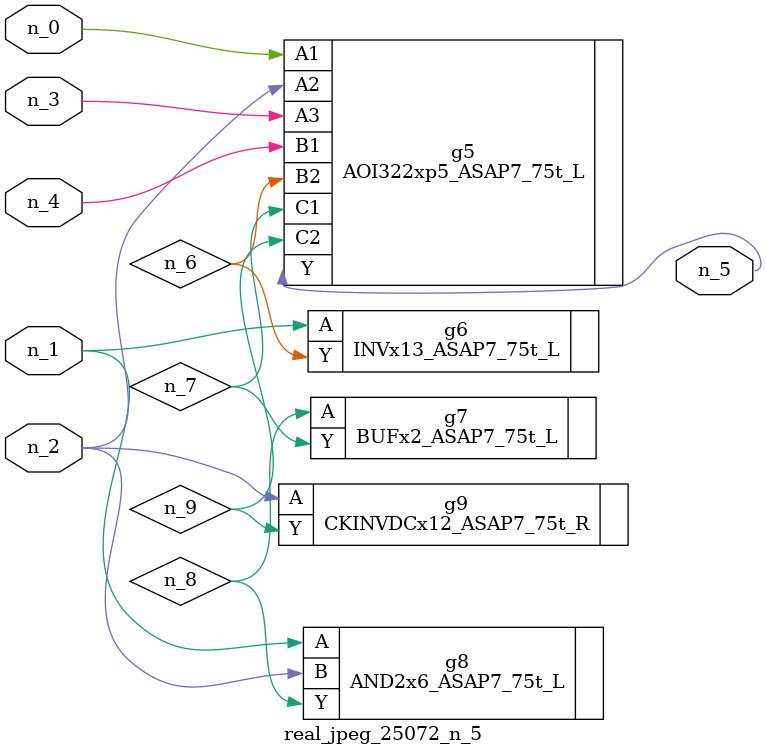
<source format=v>
module real_jpeg_25072_n_5 (n_4, n_0, n_1, n_2, n_3, n_5);

input n_4;
input n_0;
input n_1;
input n_2;
input n_3;

output n_5;

wire n_8;
wire n_6;
wire n_7;
wire n_9;

AOI322xp5_ASAP7_75t_L g5 ( 
.A1(n_0),
.A2(n_2),
.A3(n_3),
.B1(n_4),
.B2(n_6),
.C1(n_7),
.C2(n_9),
.Y(n_5)
);

INVx13_ASAP7_75t_L g6 ( 
.A(n_1),
.Y(n_6)
);

AND2x6_ASAP7_75t_L g8 ( 
.A(n_1),
.B(n_2),
.Y(n_8)
);

CKINVDCx12_ASAP7_75t_R g9 ( 
.A(n_2),
.Y(n_9)
);

BUFx2_ASAP7_75t_L g7 ( 
.A(n_8),
.Y(n_7)
);


endmodule
</source>
